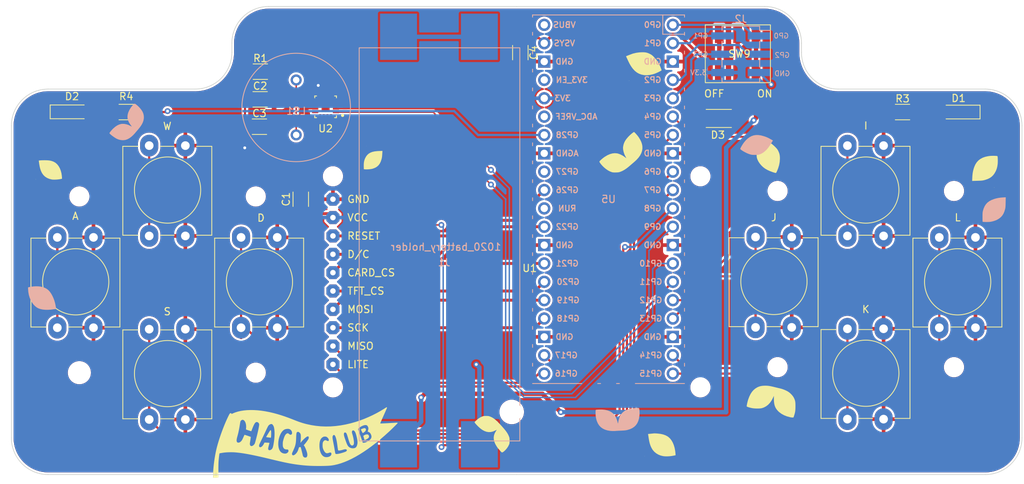
<source format=kicad_pcb>
(kicad_pcb (version 20211014) (generator pcbnew)
  (layers (0 "F.Cu" signal) (31 "B.Cu" signal) (34 "B.Paste" user) (35 "F.Paste" user) (36 "B.SilkS" user "B.Silkscreen") (37 "F.SilkS" user "F.Silkscreen") (38 "B.Mask" user) (39 "F.Mask" user) (44 "Edge.Cuts" user))
  (net 0 "")
  (net 1 "+3V3")
  (net 2 "GND")
  (net 3 "Net-(C4-Pad1)")
  (net 4 "Net-(D1-Pad2)")
  (net 5 "Net-(D2-Pad2)")
  (net 6 "Net-(D3-Pad2)")
  (net 7 "Net-(J1-Pad2)")
  (net 8 "Net-(LS1-Pad1)")
  (net 9 "Net-(LS1-Pad2)")
  (net 10 "Net-(R1-Pad2)")
  (net 11 "LED_R")
  (net 12 "BTN_W")
  (net 13 "BTN_A")
  (net 14 "BTN_S")
  (net 15 "BTN_D")
  (net 16 "BTN_I")
  (net 17 "BTN_J")
  (net 18 "BTN_K")
  (net 19 "BTN_L")
  (net 20 "unconnected-(SW9-Pad1)")
  (net 21 "LITE")
  (net 22 "MISO")
  (net 23 "SCK")
  (net 24 "MOSI")
  (net 25 "TFT_CS")
  (net 26 "CARD_CS")
  (net 27 "D{slash}C")
  (net 28 "RESET")
  (net 29 "DIN")
  (net 31 "LRCLK")
  (net 32 "BCLK")
  (net 33 "LED_L")
  (net 38 "+5V")
  (net 39 "Net-(J1-Pad4)")
  (net 40 "GPIO0")
  (net 41 "GPIO1")
  (net 42 "GPIO2")
  (net 43 "GPIO3")
  (footprint "Button_Switch_THT:SW_PUSH-12mm_Wuerth-430476085716" (layer "F.Cu") (at 114.3 104.14 90)
    (fp_text reference "SW4" hide)
    (fp_text value "D")
  )
  (footprint "fab:Diode_Schotky_100V_1A_Mini_SMA" (layer "F.Cu") (at 180.34 75.184)
    (fp_text reference "D3")
    (fp_text value "SD1206T020S1R0")
  )
  (footprint "local:QFN50P300X300X80-17N" (layer "F.Cu") (at 125.984 73.571 180)
    (fp_text reference "U2")
    (fp_text value "MAX98357AETE+")
  )
  (footprint "Button_Switch_THT:SW_PUSH-12mm_Wuerth-430476085716" (layer "F.Cu") (at 210.82 104.14 90)
    (fp_text reference "SW8" hide)
    (fp_text value "L")
  )
  (footprint "Button_Switch_THT:SW_PUSH-12mm_Wuerth-430476085716" (layer "F.Cu") (at 101.6 116.84 90)
    (fp_text reference "SW3" hide)
    (fp_text value "S")
  )
  (footprint "" (layer "F.Cu") (at 212.852 85.217)
    (fp_text reference "")
    (fp_text value "")
  )
  (footprint "graphics:hcflag" (layer "F.Cu") (at 123.19 120.015)
    (fp_text reference "G***" hide)
    (fp_text value "LOGO" hide)
  )
  (footprint "fab:C_1206" (layer "F.Cu") (at 116.935 72.5424)
    (fp_text reference "C2")
    (fp_text value "10uF")
  )
  (footprint "fab:C_1206" (layer "F.Cu") (at 122.555 86.36 90)
    (fp_text reference "C1")
    (fp_text value "1uF")
  )
  (footprint "" (layer "F.Cu") (at 91.948 110.363)
    (fp_text reference "")
    (fp_text value "")
  )
  (footprint "graphics:frontleaves" (layer "F.Cu") (at 152.4 93.98)
    (fp_text reference "G***" hide)
    (fp_text value "LOGO" hide)
  )
  (footprint "" (layer "F.Cu") (at 116.332 85.979)
    (fp_text reference "")
    (fp_text value "")
  )
  (footprint "fab:R_1206" (layer "F.Cu") (at 205.74 74.295)
    (fp_text reference "R3")
    (fp_text value "1k")
  )
  (footprint "" (layer "F.Cu") (at 188.468 109.601)
    (fp_text reference "")
    (fp_text value "")
  )
  (footprint "" (layer "F.Cu") (at 91.948 85.979)
    (fp_text reference "")
    (fp_text value "")
  )
  (footprint "Button_Switch_THT:SW_PUSH-12mm_Wuerth-430476085716" (layer "F.Cu") (at 198.12 91.44 90)
    (fp_text reference "SW5" hide)
    (fp_text value "I")
  )
  (footprint "fab:TFT_ST7735" (layer "F.Cu") (at 152.4 96.411051)
    (fp_text reference "U1")
    (fp_text value "Adafruit_TFT_ST7735")
  )
  (footprint "fab:R_1206" (layer "F.Cu") (at 116.967 68.707)
    (fp_text reference "R1")
    (fp_text value "1M")
  )
  (footprint "Button_Switch_THT:SW_PUSH-12mm_Wuerth-430476085716" (layer "F.Cu") (at 198.12 116.79 90)
    (fp_text reference "SW7" hide)
    (fp_text value "K")
  )
  (footprint "graphics:sprout_dino" (layer "F.Cu") (at 218.44 121.92)
    (fp_text reference "G***" hide)
    (fp_text value "LOGO" hide)
  )
  (footprint "Button_Switch_THT:SW_PUSH-12mm_Wuerth-430476085716" (layer "F.Cu") (at 101.6 91.44 90)
    (fp_text reference "SW1" hide)
    (fp_text value "W")
  )
  (footprint "" (layer "F.Cu") (at 116.332 110.363)
    (fp_text reference "")
    (fp_text value "")
  )
  (footprint "Button_Switch_THT:SW_PUSH-12mm_Wuerth-430476085716" (layer "F.Cu") (at 88.9 104.14 90)
    (fp_text reference "SW2" hide)
    (fp_text value "A")
  )
  (footprint "" (layer "F.Cu") (at 212.852 109.601)
    (fp_text reference "")
    (fp_text value "")
  )
  (footprint "fab:LED_1206" (layer "F.Cu") (at 91.0148 74.2696)
    (fp_text reference "D2")
    (fp_text value "L_LED")
  )
  (footprint "fab:C_1206" (layer "F.Cu") (at 116.84 76.327)
    (fp_text reference "C3")
    (fp_text value "0.1uF")
  )
  (footprint "fab:C_1206" (layer "F.Cu") (at 152.908 66.072 -90)
    (fp_text reference "C4")
    (fp_text value "1uF")
  )
  (footprint "slideSWSMD:slideswitchCK" (layer "F.Cu") (at 178.475 62.23)
    (fp_text reference "SW9")
    (fp_text value "Slideswitch")
  )
  (footprint "fab:LED_1206" (layer "F.Cu") (at 213.36 74.295 180)
    (fp_text reference "D1")
    (fp_text value "R_LED")
  )
  (footprint "Button_Switch_THT:SW_PUSH-12mm_Wuerth-430476085716" (layer "F.Cu") (at 185.42 104.09 90)
    (fp_text reference "SW6" hide)
    (fp_text value "J")
  )
  (footprint "graphics:spriglogo" (layer "F.Cu") (at 137.16 66.675)
    (fp_text reference "G***" hide)
    (fp_text value "LOGO" hide)
  )
  (footprint "fab:R_1206" (layer "F.Cu") (at 98.425 74.295 180)
    (fp_text reference "R4")
    (fp_text value "1k")
  )
  (footprint "" (layer "F.Cu") (at 188.468 85.217)
    (fp_text reference "")
    (fp_text value "")
  )
  (footprint "fab:CVS-1508" (layer "B.Cu") (at 121.92 73.66)
    (fp_text reference "LS1")
    (fp_text value "Speaker")
  )
  (footprint "fab:PinHeader_2x03_P2.54mm_Vertical_SMD" (layer "B.Cu") (at 183.388 66.294 180)
    (fp_text reference "J2")
    (fp_text value "Conn_PinHeader_2x03_P2.54mm_Vertical_SMD")
  )
  (footprint "graphics:happyhacking" (layer "B.Cu") (at 200.66 121.92 180)
    (fp_text reference "G***" hide)
    (fp_text value "LOGO" hide)
  )
  (footprint "local:1022" (layer "B.Cu") (at 143.51 94.2086 90)
    (fp_text reference "J1")
    (fp_text value "1020_battery_holder")
  )
  (footprint "graphics:backleaves" (layer "B.Cu") (at 152.908 91.948 180)
    (fp_text reference "G***" hide)
    (fp_text value "LOGO" hide)
  )
  (footprint "graphics:hackaf" (layer "B.Cu") (at 103.632 121.412 180)
    (fp_text reference "G***" hide)
    (fp_text value "LOGO" hide)
  )
  (footprint "graphics:oshlogo" (layer "B.Cu") (at 120.65 121.412 180)
    (fp_text reference "G***" hide)
    (fp_text value "LOGO" hide)
  )
  (footprint "fab:RPi_Pico_SMD_TH_mod" (layer "B.Cu") (at 165.1 86.36 180)
    (fp_text reference "U5")
    (fp_text value "Pico")
  )
  (gr_line (start 196.850002 71.120002) (end 217.17 71.12) (layer "Edge.Cuts") (width 0.1))
  (gr_line (start 118.11 59.69) (end 152.4 59.69) (layer "Edge.Cuts") (width 0.1))
  (gr_line (start 186.69 59.69) (end 152.4 59.69) (layer "Edge.Cuts") (width 0.1))
  (gr_arc (start 87.63 124.46) (mid 84.037898 122.972102) (end 82.55 119.38) (layer "Edge.Cuts") (width 0.1))
  (gr_line (start 87.63 71.12) (end 107.950002 71.120002) (layer "Edge.Cuts") (width 0.1))
  (gr_line (start 152.4 124.46) (end 217.17 124.46) (layer "Edge.Cuts") (width 0.1))
  (gr_line (start 222.25 119.38) (end 222.25 76.2) (layer "Edge.Cuts") (width 0.1))
  (gr_line (start 191.77 64.77) (end 191.770002 66.040002) (layer "Edge.Cuts") (width 0.1))
  (gr_arc (start 222.25 119.38) (mid 220.762102 122.972102) (end 217.17 124.46) (layer "Edge.Cuts") (width 0.1))
  (gr_line (start 113.03 64.77) (end 113.030002 66.040002) (layer "Edge.Cuts") (width 0.1))
  (gr_arc (start 113.030002 66.040002) (mid 111.542104 69.632104) (end 107.950002 71.120002) (layer "Edge.Cuts") (width 0.1))
  (gr_arc (start 186.69 59.69) (mid 190.282102 61.177898) (end 191.77 64.77) (layer "Edge.Cuts") (width 0.1))
  (gr_arc (start 196.850002 71.120002) (mid 193.2579 69.632104) (end 191.770002 66.040002) (layer "Edge.Cuts") (width 0.1))
  (gr_arc (start 217.17 71.12) (mid 220.762102 72.607898) (end 222.25 76.2) (layer "Edge.Cuts") (width 0.1))
  (gr_line (start 82.55 76.2) (end 82.55 119.38) (layer "Edge.Cuts") (width 0.1))
  (gr_arc (start 82.55 76.2) (mid 84.037898 72.607898) (end 87.63 71.12) (layer "Edge.Cuts") (width 0.1))
  (gr_arc (start 113.03 64.77) (mid 114.517898 61.177898) (end 118.11 59.69) (layer "Edge.Cuts") (width 0.1))
  (gr_line (start 152.4 124.46) (end 87.63 124.46) (layer "Edge.Cuts") (width 0.1))
  (gr_text "3.3V" (at 177.546 68.834) (layer "B.SilkS") (effects (font (size 0.7 0.7) (thickness 0.1)) (justify mirror)))
  (gr_text "GND" (at 189.103 68.961) (layer "B.SilkS") (effects (font (size 0.7 0.7) (thickness 0.1)) (justify mirror)))
  (gr_text "GP3" (at 177.8 66.294) (layer "B.SilkS") (effects (font (size 0.7 0.7) (thickness 0.1)) (justify mirror)))
  (gr_text "GP2" (at 189.103 66.421) (layer "B.SilkS") (effects (font (size 0.7 0.7) (thickness 0.1)) (justify mirror)))
  (gr_text "GP1" (at 177.8 63.754) (layer "B.SilkS") (effects (font (size 0.7 0.7) (thickness 0.1)) (justify mirror)))
  (gr_text "GP0" (at 188.976 63.754) (layer "B.SilkS") (effects (font (size 0.7 0.7) (thickness 0.1)) (justify mirror)))
  (gr_text "OFF\n" (at 179.705 71.755) (layer "F.SilkS") (effects (font (size 1 1))))
  (gr_text "ON\n" (at 186.69 71.755) (layer "F.SilkS") (effects (font (size 1 1))))
  (segment (start 125.234 72.136) (end 125.476 72.136) (width 0.3) (layer "F.Cu") (net 1))
  (segment (start 114.84 72.6374) (end 114.935 72.5424) (width 0.3) (layer "F.Cu") (net 1))
  (segment (start 122.555 88.36) (end 126.46 88.36) (width 0.4) (layer "F.Cu") (net 1))
  (segment (start 125.476 72.136) (end 124.968 71.628) (width 0.3) (layer "F.Cu") (net 1))
  (segment (start 125.476 72.136) (end 125.734 72.136) (width 0.3) (layer "F.Cu") (net 1))
  (segment (start 124.968 71.628) (end 124.968 70.612) (width 0.3) (layer "F.Cu") (net 1))
  (segment (start 114.935 69.2912) (end 114.935 72.5424) (width 0.3) (layer "F.Cu") (net 1))
  (segment (start 126.46 88.36) (end 127 88.9) (width 0.4) (layer "F.Cu") (net 1))
  (segment (start 114.84 76.2) (end 114.84 72.6374) (width 0.3) (layer "F.Cu") (net 1))
  (segment (start 114.84 76.2) (end 114.84 79.216) (width 0.3) (layer "F.Cu") (net 1))
  (segment (start 114.84 79.216) (end 114.808 79.248) (width 0.3) (layer "F.Cu") (net 1))
  (via (at 124.968 70.612) (size 0.8) (drill 0.4) (layers "F.Cu" "B.Cu") (net 1))
  (via (at 114.808 79.248) (size 0.8) (drill 0.4) (layers "F.Cu" "B.Cu") (net 1))
  (segment (start 126.234 75.006) (end 126.234 76.474757) (width 0.2) (layer "F.Cu") (net 2))
  (segment (start 118.84 76.2) (end 118.84 72.6374) (width 0.6) (layer "F.Cu") (net 2))
  (segment (start 124.549 73.821) (end 123.283 73.821) (width 0.2) (layer "F.Cu") (net 2))
  (segment (start 127.419 73.821) (end 128.871 73.821) (width 0.2) (layer "F.Cu") (net 2))
  (segment (start 127.419 73.321) (end 127.419 73.821) (width 0.2) (layer "F.Cu") (net 2))
  (segment (start 118.84 72.6374) (end 118.935 72.5424) (width 0.6) (layer "F.Cu") (net 2))
  (segment (start 123.283 73.821) (end 122.936 74.168) (width 0.2) (layer "F.Cu") (net 2))
  (via (at 187.579 70.485) (size 0.8) (drill 0.4) (layers "F.Cu" "B.Cu") (net 2))
  (via (at 146.812 109.22) (size 0.8) (drill 0.4) (layers "F.Cu" "B.Cu") (net 2))
  (segment (start 147.244 109.652) (end 146.812 109.22) (width 0.6) (layer "B.Cu") (net 2))
  (segment (start 185.151 68.834) (end 185.928 68.834) (width 0.3) (layer "B.Cu") (net 2))
  (segment (start 185.928 68.834) (end 187.579 70.485) (width 0.3) (layer "B.Cu") (net 2))
  (segment (start 147.244 120.269) (end 147.244 109.652) (width 0.6) (layer "B.Cu") (net 2))
  (segment (start 153.606 64.77) (end 152.908 64.072) (width 0.3) (layer "F.Cu") (net 3))
  (segment (start 156.21 64.77) (end 157.46 63.52) (width 0.4) (layer "F.Cu") (net 3))
  (segment (start 178.308 74.802) (end 178.69 75.184) (width 0.4) (layer "F.Cu") (net 3))
  (segment (start 174.772 63.52) (end 178.308 67.056) (width 0.4) (layer "F.Cu") (net 3))
  (segment (start 178.308 67.056) (end 178.308 74.802) (width 0.4) (layer "F.Cu") (net 3))
  (segment (start 155.512 64.072) (end 156.21 64.77) (width 0.3) (layer "F.Cu") (net 3))
  (segment (start 152.908 64.072) (end 155.512 64.072) (width 0.3) (layer "F.Cu") (net 3))
  (segment (start 157.46 63.52) (end 174.772 63.52) (width 0.4) (layer "F.Cu") (net 3))
  (segment (start 207.74 74.295) (end 211.36 74.295) (width 0.3) (layer "F.Cu") (net 4))
  (segment (start 96.425 74.295) (end 93.0402 74.295) (width 0.3) (layer "F.Cu") (net 5))
  (segment (start 93.0402 74.295) (end 93.0148 74.2696) (width 0.3) (layer "F.Cu") (net 5))
  (segment (start 182.9454 68.961) (end 182.9454 74.2286) (width 0.4) (layer "F.Cu") (net 6))
  (segment (start 182.9454 74.2286) (end 181.99 75.184) (width 0.4) (layer "F.Cu") (net 6))
  (segment (start 182.715 69.1914) (end 182.9454 68.961) (width 0.4) (layer "F.Cu") (net 6))
  (segment (start 182.9454 68.961) (end 182.9454 63.5) (width 0.6) (layer "F.Cu") (net 6))
  (segment (start 136.068 63.881) (end 147.244 63.881) (width 0.6) (layer "B.Cu") (net 7))
  (segment (start 121.92 73.66) (end 121.92 77.46) (width 0.2) (layer "F.Cu") (net 8))
  (segment (start 122.259 73.321) (end 121.92 73.66) (width 0.2) (layer "F.Cu") (net 8))
  (segment (start 124.549 73.321) (end 122.259 73.321) (width 0.2) (layer "F.Cu") (net 8))
  (segment (start 122.605 72.821) (end 121.92 72.136) (width 0.2) (layer "F.Cu") (net 9))
  (segment (start 121.92 72.136) (end 121.92 69.86) (width 0.2) (layer "F.Cu") (net 9))
  (segment (start 124.549 72.821) (end 122.605 72.821) (width 0.2) (layer "F.Cu") (net 9))
  (segment (start 128.347 72.821) (end 128.524 72.644) (width 0.2) (layer "F.Cu") (net 10))
  (segment (start 119.634 68.326) (end 118.935 69.025) (width 0.2) (layer "F.Cu") (net 10))
  (segment (start 127.419 72.821) (end 128.347 72.821) (width 0.2) (layer "F.Cu") (net 10))
  (segment (start 128.524 72.644) (end 128.524 71.374) (width 0.2) (layer "F.Cu") (net 10))
  (segment (start 118.935 69.025) (end 118.935 69.2912) (width 0.2) (layer "F.Cu") (net 10))
  (segment (start 128.524 71.374) (end 125.476 68.326) (width 0.2) (layer "F.Cu") (net 10))
  (segment (start 125.476 68.326) (end 119.634 68.326) (width 0.2) (layer "F.Cu") (net 10))
  (segment (start 197.993 74.295) (end 194.564 77.724) (width 0.25) (layer "F.Cu") (net 11))
  (segment (start 173.99 74.93) (end 176.784 77.724) (width 0.25) (layer "F.Cu") (net 11))
  (segment (start 203.74 74.295) (end 197.993 74.295) (width 0.25) (layer "F.Cu") (net 11))
  (segment (start 177.8 77.724) (end 194.564 77.724) (width 0.25) (layer "F.Cu") (net 11))
  (segment (start 176.784 77.724) (end 177.8 77.724) (width 0.25) (layer "F.Cu") (net 11))
  (segment (start 166.624 115.824) (end 164.084 118.364) (width 0.3) (layer "F.Cu") (net 12))
  (segment (start 173.99 77.47) (end 166.624 84.836) (width 0.3) (layer "F.Cu") (net 12))
  (segment (start 116.332 104.830572) (end 116.332 90.424) (width 0.3) (layer "F.Cu") (net 12))
  (segment (start 112.776 86.868) (end 101.6 86.868) (width 0.3) (layer "F.Cu") (net 12))
  (segment (start 166.624 84.836) (end 166.624 115.824) (width 0.3) (layer "F.Cu") (net 12))
  (segment (start 101.6 78.94) (end 101.6 86.868) (width 0.3) (layer "F.Cu") (net 12))
  (segment (start 164.084 118.364) (end 127.960428 118.364) (width 0.3) (layer "F.Cu") (net 12))
  (segment (start 116.332 90.424) (end 112.776 86.868) (width 0.3) (layer "F.Cu") (net 12))
  (segment (start 120.51452 109.013093) (end 116.332 104.830572) (width 0.3) (layer "F.Cu") (net 12))
  (segment (start 101.6 86.868) (end 101.6 91.44) (width 0.3) (layer "F.Cu") (net 12))
  (segment (start 127.960428 118.364) (end 120.51452 110.918092) (width 0.3) (layer "F.Cu") (net 12))
  (segment (start 120.51452 110.918092) (end 120.51452 109.013093) (width 0.3) (layer "F.Cu") (net 12))
  (segment (start 164.608978 119.363022) (end 113.267022 119.363022) (width 0.3) (layer "F.Cu") (net 13))
  (segment (start 88.9 91.64) (end 88.9 104.14) (width 0.3) (layer "F.Cu") (net 13))
  (segment (start 167.64 93.757456) (end 167.64 116.332) (width 0.3) (layer "F.Cu") (net 13))
  (segment (start 113.267022 119.363022) (end 104.14 110.236) (width 0.3) (layer "F.Cu") (net 13))
  (segment (start 88.9 99.06) (end 102.616 99.06) (width 0.3) (layer "F.Cu") (net 13))
  (segment (start 173.99 82.55) (end 168.123001 88.416999) (width 0.3) (layer "F.Cu") (net 13))
  (segment (start 88.9 91.64) (end 88.9 99.06) (width 0.3) (layer "F.Cu") (net 13))
  (segment (start 102.616 99.06) (end 104.14 100.584) (width 0.3) (layer "F.Cu") (net 13))
  (segment (start 168.123001 88.416999) (end 168.123001 93.274455) (width 0.3) (layer "F.Cu") (net 13))
  (segment (start 104.14 110.236) (end 104.14 100.584) (width 0.3) (layer "F.Cu") (net 13))
  (segment (start 167.64 116.332) (end 164.608978 119.363022) (width 0.3) (layer "F.Cu") (net 13))
  (segment (start 88.9 99.06) (end 88.9 100.076) (width 0.3) (layer "F.Cu") (net 13))
  (segment (start 168.123001 93.274455) (end 167.64 93.757456) (width 0.3) (layer "F.Cu") (net 13))
  (segment (start 173.99 85.09) (end 168.622512 90.457488) (width 0.3) (layer "F.Cu") (net 14))
  (segment (start 168.622512 93.48136) (end 168.139511 93.96436) (width 0.3) (layer "F.Cu") (net 14))
  (segment (start 101.6 104.34) (end 101.6 116.84) (width 0.3) (layer "F.Cu") (net 14))
  (segment (start 168.622512 90.457488) (end 168.622512 93.48136) (width 0.3) (layer "F.Cu") (net 14))
  (segment (start 168.139511 116.538905) (end 164.798905 119.879511) (width 0.3) (layer "F.Cu") (net 14))
  (segment (start 164.798905 119.879511) (end 104.639511 119.879511) (width 0.3) (layer "F.Cu") (net 14))
  (segment (start 101.6 111.76) (end 101.6 116.84) (width 0.3) (layer "F.Cu") (net 14))
  (segment (start 168.139511 93.96436) (end 168.139511 116.538905) (width 0.3) (layer "F.Cu") (net 14))
  (segment (start 104.639511 119.879511) (end 101.6 116.84) (width 0.3) (layer "F.Cu") (net 14))
  (segment (start 114.935 104.14) (end 114.3 104.14) (width 0.3) (layer "F.Cu") (net 15))
  (segment (start 114.3 91.64) (end 114.3 104.14) (width 0.3) (layer "F.Cu") (net 15))
  (segment (start 167.3735 92.964) (end 167.132 93.2055) (width 0.3) (layer "F.Cu") (net 15))
  (segment (start 164.290905 118.863511) (end 127.753511 118.863511) (width 0.3) (layer "F.Cu") (net 15))
  (segment (start 114.3 105.588381) (end 114.3 104.14) (width 0.3) (layer "F.Cu") (net 15))
  (segment (start 127.753511 118.863511) (end 120.015 111.125) (width 0.3) (layer "F.Cu") (net 15))
  (segment (start 167.132 116.022416) (end 164.290905 118.863511) (width 0.3) (layer "F.Cu") (net 15))
  (segment (start 167.132 93.2055) (end 167.132 116.022416) (width 0.3) (layer "F.Cu") (net 15))
  (segment (start 120.015 111.125) (end 120.015 109.22) (width 0.3) (layer "F.Cu") (net 15))
  (segment (start 120.015 109.22) (end 114.935 104.14) (width 0.3) (layer "F.Cu") (net 15))
  (via (at 167.3735 92.964) (size 0.8) (drill 0.4) (layers "F.Cu" "B.Cu") (net 15))
  (segment (start 173.99 87.63) (end 168.656 92.964) (width 0.3) (layer "B.Cu") (net 15))
  (segment (start 168.656 92.964) (end 167.3735 92.964) (width 0.3) (layer "B.Cu") (net 15))
  (segment (start 198.12 84.836) (end 198.12 78.94) (width 0.3) (layer "F.Cu") (net 16))
  (segment (start 181.864 93.98) (end 181.864 90.932) (width 0.3) (layer "F.Cu") (net 16))
  (segment (start 175.514 100.33) (end 181.864 93.98) (width 0.3) (layer "F.Cu") (net 16))
  (segment (start 181.864 90.932) (end 184.912 87.884) (width 0.3) (layer "F.Cu") (net 16))
  (segment (start 198.12 87.884) (end 198.12 84.836) (width 0.3) (layer "F.Cu") (net 16))
  (segment (start 184.912 87.884) (end 198.12 87.884) (width 0.3) (layer "F.Cu") (net 16))
  (segment (start 173.99 100.33) (end 175.514 100.33) (width 0.3) (layer "F.Cu") (net 16))
  (segment (start 198.12 91.44) (end 198.12 87.884) (width 0.3) (layer "F.Cu") (net 16))
  (segment (start 185.42 91.59) (end 185.42 104.09) (width 0.3) (layer "F.Cu") (net 17))
  (segment (start 179.832 97.028) (end 185.42 97.028) (width 0.3) (layer "F.Cu") (net 17))
  (segment (start 173.99 102.87) (end 179.832 97.028) (width 0.3) (layer "F.Cu") (net 17))
  (segment (start 185.42 97.028) (end 185.42 104.09) (width 0.3) (layer "F.Cu") (net 17))
  (segment (start 198.12 112.776) (end 185.42 112.776) (width 0.3) (layer "F.Cu") (net 18))
  (segment (start 182.372 109.728) (end 175.768 109.728) (width 0.3) (layer "F.Cu") (net 18))
  (segment (start 198.12 112.776) (end 198.12 116.79) (width 0.3) (layer "F.Cu") (net 18))
  (segment (start 198.12 108.204) (end 198.12 112.776) (width 0.3) (layer "F.Cu") (net 18))
  (segment (start 185.42 112.776) (end 182.372 109.728) (width 0.3) (layer "F.Cu") (net 18))
  (segment (start 198.12 104.29) (end 198.12 108.204) (width 0.3) (layer "F.Cu") (net 18))
  (segment (start 175.768 109.728) (end 173.99 107.95) (width 0.3) (layer "F.Cu") (net 18))
  (segment (start 210.82 106.045) (end 210.82 104.14) (width 0.3) (layer "F.Cu") (net 19))
  (segment (start 182.118 110.49) (end 191.516 119.888) (width 0.3) (layer "F.Cu") (net 19))
  (segment (start 210.82 91.64) (end 210.82 104.14) (width 0.3) (layer "F.Cu") (net 19))
  (segment (start 173.99 110.49) (end 182.118 110.49) (width 0.3) (layer "F.Cu") (net 19))
  (segment (start 191.516 119.888) (end 203.962 119.888) (width 0.3) (layer "F.Cu") (net 19))
  (segment (start 208.915 107.95) (end 210.82 106.045) (width 0.3) (layer "F.Cu") (net 19))
  (segment (start 203.962 119.888) (end 208.915 114.935) (width 0.3) (layer "F.Cu") (net 19))
  (segment (start 208.915 114.935) (end 208.915 107.95) (width 0.3) (layer "F.Cu") (net 19))
  (segment (start 180.4054 68.961) (end 180.4054 63.5) (width 0.6) (layer "F.Cu") (net 20))
  (segment (start 157.988 109.728) (end 156.21 107.95) (width 0.3) (layer "F.Cu") (net 21))
  (segment (start 130.048 112.268) (end 156.972 112.268) (width 0.3) (layer "F.Cu") (net 21))
  (segment (start 156.972 112.268) (end 157.988 111.252) (width 0.3) (layer "F.Cu") (net 21))
  (segment (start 130.048 112.268) (end 127 109.22) (width 0.3) (layer "F.Cu") (net 21))
  (segment (start 157.988 111.252) (end 157.988 109.728) (width 0.3) (layer "F.Cu") (net 21))
  (segment (start 154.178 111.76) (end 130.710051 111.76) (width 0.3) (layer "F.Cu") (net 22))
  (segment (start 130.710051 111.76) (end 129.54 110.589949) (width 0.3) (layer "F.Cu") (net 22))
  (segment (start 129.54 110.589949) (end 129.54 109.22) (width 0.3) (layer "F.Cu") (net 22))
  (segment (start 156.21 110.49) (end 155.448 110.49) (width 0.3) (layer "F.Cu") (net 22))
  (segment (start 129.54 109.22) (end 127 106.68) (width 0.3) (layer "F.Cu") (net 22))
  (segment (start 155.448 110.49) (end 154.178 111.76) (width 0.3) (layer "F.Cu") (net 22))
  (segment (start 156.21 102.87) (end 154.94 104.14) (width 0.4) (layer "F.Cu") (net 23))
  (segment (start 154.94 104.14) (end 127 104.14) (width 0.4) (layer "F.Cu") (net 23))
  (segment (start 128.27 100.33) (end 127 101.6) (width 0.4) (layer "F.Cu") (net 24))
  (segment (start 156.21 100.33) (end 128.27 100.33) (width 0.4) (layer "F.Cu") (net 24))
  (segment (start 154.94 99.06) (end 156.21 97.79) (width 0.4) (layer "F.Cu") (net 25))
  (segment (start 127 99.06) (end 154.94 99.06) (width 0.4) (layer "F.Cu") (net 25))
  (segment (start 128.27 95.25) (end 127 96.52) (width 0.4) (layer "F.Cu") (net 26))
  (segment (start 156.21 95.25) (end 128.27 95.25) (width 0.4) (layer "F.Cu") (net 26))
  (segment (start 145.542 90.17) (end 156.21 90.17) (width 0.4) (layer "F.Cu") (net 27))
  (segment (start 141.732 93.98) (end 145.542 90.17) (width 0.4) (layer "F.Cu") (net 27))
  (segment (start 127 93.98) (end 141.732 93.98) (width 0.4) (layer "F.Cu") (net 27))
  (segment (start 143.002 91.44) (end 145.161 89.281) (width 0.4) (layer "F.Cu") (net 28))
  (segment (start 155.702 85.09) (end 156.21 85.09) (width 0.3) (layer "F.Cu") (net 28))
  (segment (start 127 91.44) (end 143.002 91.44) (width 0.4) (layer "F.Cu") (net 28))
  (segment (start 152.019 89.281) (end 156.21 85.09) (width 0.4) (layer "F.Cu") (net 28))
  (segment (start 145.161 89.281) (end 152.019 89.281) (width 0.4) (layer "F.Cu") (net 28))
  (segment (start 127.419 74.321) (end 140.869 74.321) (width 0.2) (layer "F.Cu") (net 29))
  (segment (start 140.869 74.321) (end 148.844 82.296) (width 0.2) (layer "F.Cu") (net 29))
  (via (at 148.844 82.296) (size 0.8) (drill 0.4) (layers "F.Cu" "B.Cu") (net 29))
  (segment (start 148.844 82.296) (end 151.384 84.836) (width 0.2) (layer "B.Cu") (net 29))
  (segment (start 160.02 113.284) (end 170.688 102.616) (width 0.2) (layer "B.Cu") (net 29))
  (segment (start 151.384 84.836) (end 151.384 111.195006) (width 0.2) (layer "B.Cu") (net 29))
  (segment (start 170.688 93.472) (end 173.99 90.17) (width 0.2) (layer "B.Cu") (net 29))
  (segment (start 170.688 102.616) (end 170.688 93.472) (width 0.2) (layer "B.Cu") (net 29))
  (segment (start 151.384 111.195006) (end 153.472994 113.284) (width 0.2) (layer "B.Cu") (net 29))
  (segment (start 153.472994 113.284) (end 160.02 113.284) (width 0.2) (layer "B.Cu") (net 29))
  (segment (start 137.668 89.916) (end 141.986 89.916) (width 0.2) (layer "F.Cu") (net 31))
  (segment (start 173.99 97.79) (end 168.639022 103.140978) (width 0.3) (layer "F.Cu") (net 31))
  (segment (start 164.988832 120.396) (end 142.274477 120.396) (width 0.3) (layer "F.Cu") (net 31))
  (segment (start 125.734 77.982) (end 137.668 89.916) (width 0.2) (layer "F.Cu") (net 31))
  (segment (start 168.639022 103.140978) (end 168.639022 116.74581) (width 0.3) (layer "F.Cu") (net 31))
  (segment (start 142.274477 120.396) (end 142.007977 120.6625) (width 0.3) (layer "F.Cu") (net 31))
  (segment (start 125.734 75.006) (end 125.734 77.982) (width 0.2) (layer "F.Cu") (net 31))
  (segment (start 142.165521 120.820044) (end 142.007977 120.6625) (width 0.2) (layer "F.Cu") (net 31))
  (segment (start 168.639022 116.74581) (end 164.988832 120.396) (width 0.3) (layer "F.Cu") (net 31))
  (via (at 142.007977 120.6625) (size 0.8) (drill 0.4) (layers "F.Cu" "B.Cu") (net 31))
  (via (at 141.986 89.916) (size 0.8) (drill 0.4) (layers "F.Cu" "B.Cu") (net 31))
  (segment (start 142.007977 120.6625) (end 142.24 120.430477) (width 0.2) (layer "B.Cu") (net 31))
  (segment (start 142.24 90.17) (end 141.986 89.916) (width 0.2) (layer "B.Cu") (net 31))
  (segment (start 142.24 120.430477) (end 142.24 90.17) (width 0.2) (layer "B.Cu") (net 31))
  (segment (start 126.734 75.934) (end 127 76.2) (width 0.2) (layer "F.Cu") (net 32))
  (segment (start 126.734 75.006) (end 126.734 75.934) (width 0.2) (layer "F.Cu") (net 32))
  (segment (start 127 76.2) (end 140.716 76.2) (width 0.2) (layer "F.Cu") (net 32))
  (segment (start 140.716 76.2) (end 148.844 84.328) (width 0.2) (layer "F.Cu") (net 32))
  (via (at 148.844 84.328) (size 0.8) (drill 0.4) (layers "F.Cu" "B.Cu") (net 32))
  (segment (start 171.196 96.012) (end 171.958 95.25) (width 0.2) (layer "B.Cu") (net 32))
  (segment (start 150.876 86.36) (end 150.876 111.252) (width 0.2) (layer "B.Cu") (net 32))
  (segment (start 171.958 95.25) (end 173.99 95.25) (width 0.2) (layer "B.Cu") (net 32))
  (segment (start 148.844 84.328) (end 150.876 86.36) (width 0.2) (layer "B.Cu") (net 32))
  (segment (start 160.528 113.792) (end 171.196 103.124) (width 0.2) (layer "B.Cu") (net 32))
  (segment (start 150.876 111.252) (end 153.416 113.792) (width 0.2) (layer "B.Cu") (net 32))
  (segment (start 153.416 113.792) (end 160.528 113.792) (width 0.2) (layer "B.Cu") (net 32))
  (segment (start 171.196 103.124) (end 171.196 96.012) (width 0.2) (layer "B.Cu") (net 32))
  (segment (start 104.013 74.295) (end 104.14 74.168) (width 0.3) (layer "F.Cu") (net 33))
  (segment (start 100.425 74.295) (end 104.013 74.295) (width 0.3) (layer "F.Cu") (net 33))
  (via (at 104.14 74.168) (size 0.8) (drill 0.4) (layers "F.Cu" "B.Cu") (net 33))
  (segment (start 143.764 74.168) (end 104.14 74.168) (width 0.3) (layer "B.Cu") (net 33))
  (segment (start 147.066 77.47) (end 143.764 74.168) (width 0.3) (layer "B.Cu") (net 33))
  (segment (start 156.21 77.47) (end 147.066 77.47) (width 0.3) (layer "B.Cu") (net 33))
  (segment (start 185.4854 68.961) (end 185.4854 63.5) (width 0.6) (layer "F.Cu") (net 39))
  (segment (start 185.4854 68.961) (end 185.4854 75.1186) (width 0.6) (layer "F.Cu") (net 39))
  (segment (start 185.4854 75.1186) (end 185.166 75.438) (width 0.6) (layer "F.Cu") (net 39))
  (segment (start 155.956 113.284) (end 150.368 113.284) (width 0.6) (layer "F.Cu") (net 39))
  (segment (start 139.7 113.284) (end 139.192 113.792) (width 0.6) (layer "F.Cu") (net 39))
  (segment (start 158.496 115.824) (end 155.956 113.284) (width 0.6) (layer "F.Cu") (net 39))
  (segment (start 150.368 113.284) (end 139.7 113.284) (width 0.6) (layer "F.Cu") (net 39))
  (via (at 185.166 75.438) (size 0.8) (drill 0.4) (layers "F.Cu" "B.Cu") (net 39))
  (via (at 139.192 113.792) (size 0.8) (drill 0.4) (layers "F.Cu" "B.Cu") (net 39))
  (via (at 158.496 115.824) (size 0.8) (drill 0.4) (layers "F.Cu" "B.Cu") (net 39))
  (segment (start 181.356 79.248) (end 185.166 75.438) (width 0.6) (layer "B.Cu") (net 39))
  (segment (start 139.192 113.792) (end 139.192 117.145) (width 0.6) (layer "B.Cu") (net 39))
  (segment (start 158.496 115.824) (end 181.356 115.824) (width 0.6) (layer "B.Cu") (net 39))
  (segment (start 181.356 115.824) (end 181.356 79.248) (width 0.6) (layer "B.Cu") (net 39))
  (segment (start 139.192 117.145) (end 136.068 120.269) (width 0.6) (layer "B.Cu") (net 39))
  (segment (start 183.627 62.23) (end 185.151 63.754) (width 0.3) (layer "B.Cu") (net 40))
  (segment (start 173.99 62.23) (end 183.627 62.23) (width 0.3) (layer "B.Cu") (net 40))
  (segment (start 176.276 64.77) (end 173.99 64.77) (width 0.3) (layer "B.Cu") (net 41))
  (segment (start 177.292 63.754) (end 176.276 64.77) (width 0.3) (layer "B.Cu") (net 41))
  (segment (start 180.101 63.754) (end 177.292 63.754) (width 0.3) (layer "B.Cu") (net 41))
  (segment (start 175.006 69.85) (end 173.99 69.85) (width 0.3) (layer "B.Cu") (net 42))
  (segment (start 177.546 65.024) (end 175.768 66.802) (width 0.3) (layer "B.Cu") (net 42))
  (segment (start 183.134 65.024) (end 177.546 65.024) (width 0.3) (layer "B.Cu") (net 42))
  (segment (start 184.404 66.294) (end 183.134 65.024) (width 0.3) (layer "B.Cu") (net 42))
  (segment (start 175.768 66.802) (end 175.768 69.088) (width 0.3) (layer "B.Cu") (net 42))
  (segment (start 175.768 69.088) (end 175.006 69.85) (width 0.3) (layer "B.Cu") (net 42))
  (segment (start 185.151 66.294) (end 184.404 66.294) (width 0.3) (layer "B.Cu") (net 42))
  (segment (start 177.292 66.294) (end 176.53 67.056) (width 0.3) (layer "B.Cu") (net 43))
  (segment (start 180.101 66.294) (end 177.292 66.294) (width 0.3) (layer "B.Cu") (net 43))
  (segment (start 176.53 67.056) (end 176.53 69.85) (width 0.3) (layer "B.Cu") (net 43))
  (segment (start 176.53 69.85) (end 173.99 72.39) (width 0.3) (layer "B.Cu") (net 43))
  (zone (net 2) (net_name "GND") (layer "F.Cu") (connect_pads (clearance 0.3)) (min_thickness 0.254) (fill yes (thermal_gap 0.508) (thermal_bridge_width 0.508))
    (polygon (pts (xy 222.504 124.46) (xy 82.296 124.714) (xy 82.296 59.436) (xy 222.504 59.436)))
  )
  (zone (net 1) (net_name "+3V3") (layer "B.Cu") (connect_pads (clearance 0.3)) (min_thickness 0.254) (fill yes (thermal_gap 0.508) (thermal_bridge_width 0.508))
    (polygon (pts (xy 222.504 124.46) (xy 82.296 124.714) (xy 82.296 58.928) (xy 222.504 58.928)))
  )
)
</source>
